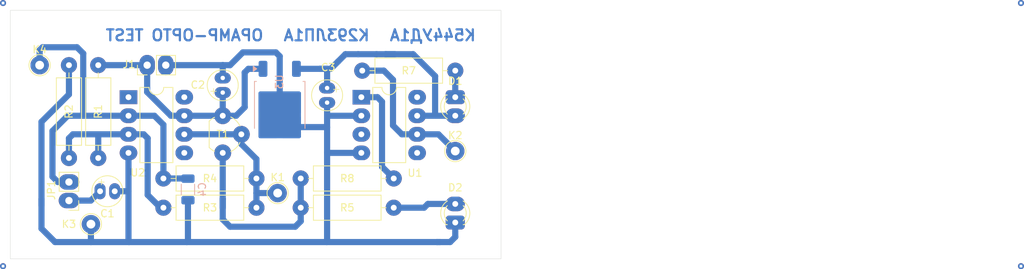
<source format=kicad_pcb>
(kicad_pcb (version 20240108) (generator "pcbnew") (generator_version "8.0")
  (layers (0 "F.Cu" signal) (31 "B.Cu" signal) (36 "B.SilkS" user "B.Silkscreen") (37 "F.SilkS" user "F.Silkscreen") (38 "B.Mask" user) (39 "F.Mask" user) (44 "Edge.Cuts" user))
  (net 0 "")
  (net 1 "GND")
  (net 2 "/+12V")
  (net 3 "Net-(U2-IN+)")
  (net 4 "Net-(T1-B)")
  (net 5 "Net-(D2-A)")
  (net 6 "Net-(T1-E)")
  (net 7 "Net-(D1-C)")
  (net 8 "Net-(R8-Pad1)")
  (net 9 "/+5V")
  (net 16 "Net-(JP1-A)")
  (net 17 "Net-(JP1-B)")
  (net 18 "Net-(K2-Pad1)")
  (footprint "_aTransistors:TO-92-01" (layer "F.Cu") (at 152 47.953903 -90)
    (property "Reference" "T1" (at 0.006097 0 180) (layer "F.SilkS"))
    (property "Value" "BC547")
    (fp_line (start -1.793903 1.85) (end 1.806097 1.85) (stroke (width 0.12)) (layer "F.SilkS"))
    (fp_arc (start -1.793903 1.85) (mid -2.087806 1.509327) (end -2.318087 1.122795) (stroke (width 0.12)) (layer "F.SilkS"))
    (fp_arc (start 2.330281 1.122795) (mid 2.1 1.509327) (end 1.806097 1.85) (stroke (width 0.12)) (layer "F.SilkS"))
    (fp_arc (start -2.361102 -1.103842) (mid -1.854909 -1.832693) (end -1.133903 -2.35) (stroke (width 0.12)) (layer "F.SilkS"))
    (fp_arc (start 1.116097 -2.35) (mid 1.848376 -1.833196) (end 2.361555 -1.098371) (stroke (width 0.12)) (layer "F.SilkS"))
    (pad "1" thru_hole circle (at -2.533903 0 270) (size 2.3 2.3) (drill 0.8) (layers "*.Cu" "*.Mask") (net 2 "/+12V"))
    (pad "2" thru_hole circle (at 0.006097 -2.54 270) (size 2.3 2.3) (drill 0.8) (layers "*.Cu" "*.Mask") (net 4 "Net-(T1-B)"))
    (pad "3" thru_hole circle (at 2.546097 0 270) (size 2.3 2.3) (drill 0.8) (layers "*.Cu" "*.Mask") (net 6 "Net-(T1-E)"))
  )
  (footprint "TestPoint:TestPoint_THTPad_D2.5mm_Drill1.2mm" (layer "F.Cu") (at 183.75 50.25)
    (property "Reference" "K2" (at 0 -2.148 0) (layer "F.SilkS"))
    (property "Value" "test_point")
    (fp_circle (center 0 0) (end 0 1.45) (stroke (width 0.12)) (fill none) (layer "F.SilkS"))
    (pad "1" thru_hole circle (at 0 0) (size 2.5 2.5) (drill 1.2) (layers "*.Cu" "*.Mask") (net 18 "Net-(K2-Pad1)"))
  )
  (footprint "Resistor_THT:R_Axial_DIN0309_L9.0mm_D3.2mm_P12.70mm_Horizontal" (layer "F.Cu") (at 183.75 39.25 180)
    (property "Reference" "R7" (at 6.35 0 0) (layer "F.SilkS"))
    (property "Value" "510")
    (fp_line (start 11.66 0) (end 10.97 0) (stroke (width 0.12)) (layer "F.SilkS"))
    (fp_line (start 10.97 1.72) (end 10.97 -1.72) (stroke (width 0.12)) (layer "F.SilkS"))
    (fp_line (start 10.97 -1.72) (end 1.73 -1.72) (stroke (width 0.12)) (layer "F.SilkS"))
    (fp_line (start 1.73 1.72) (end 10.97 1.72) (stroke (width 0.12)) (layer "F.SilkS"))
    (fp_line (start 1.73 -1.72) (end 1.73 1.72) (stroke (width 0.12)) (layer "F.SilkS"))
    (fp_line (start 1.04 0) (end 1.73 0) (stroke (width 0.12)) (layer "F.SilkS"))
    (pad "1" thru_hole circle (at 0 0 180) (size 2.2 2.2) (drill 0.8) (layers "*.Cu" "*.Mask") (net 7 "Net-(D1-C)"))
    (pad "2" thru_hole oval (at 12.7 0 180) (size 2.2 2.2) (drill 0.8) (layers "*.Cu" "*.Mask") (net 18 "Net-(K2-Pad1)"))
  )
  (footprint "_aDiodes:LED_D3.0mm" (layer "F.Cu") (at 183.75 60.025 90)
    (property "Reference" "D2" (at 4.775 0 180) (layer "F.SilkS"))
    (property "Value" "LED")
    (fp_line (start -0.29 -1.236) (end -0.29 -1.08) (stroke (width 0.12)) (layer "F.SilkS"))
    (fp_line (start -0.29 1.08) (end -0.29 1.236) (stroke (width 0.12)) (layer "F.SilkS"))
    (fp_arc (start -0.29 -1.235516) (mid 1.366487 -1.987659) (end 2.942335 -1.078608) (stroke (width 0.12)) (layer "F.SilkS"))
    (fp_arc (start 0.229039 -1.08) (mid 1.270117 -1.5) (end 2.31113 -1.079837) (stroke (width 0.12)) (layer "F.SilkS"))
    (fp_arc (start 2.942335 1.078608) (mid 1.366487 1.987659) (end -0.29 1.235516) (stroke (width 0.12)) (layer "F.SilkS"))
    (fp_arc (start 2.31113 1.079837) (mid 1.270117 1.5) (end 0.229039 1.08) (stroke (width 0.12)) (layer "F.SilkS"))
    (pad "1" thru_hole roundrect (at 0 0 90) (size 1.9 2.6) (drill 0.8) (layers "*.Cu" "*.Mask") (net 1 "GND"))
    (pad "2" thru_hole oval (at 2.54 0 90) (size 2 2.6) (drill 0.8) (layers "*.Cu" "*.Mask") (net 5 "Net-(D2-A)"))
  )
  (footprint "_aDiodes:LED_D3.0mm" (layer "F.Cu") (at 183.75 42.88 -90)
    (property "Reference" "D1" (at -2.2 0 0) (layer "F.SilkS"))
    (property "Value" "LED")
    (fp_line (start -0.29 1.08) (end -0.29 1.236) (stroke (width 0.12)) (layer "F.SilkS"))
    (fp_line (start -0.29 -1.236) (end -0.29 -1.08) (stroke (width 0.12)) (layer "F.SilkS"))
    (fp_arc (start 2.31113 1.079837) (mid 1.270117 1.5) (end 0.229039 1.08) (stroke (width 0.12)) (layer "F.SilkS"))
    (fp_arc (start 2.942335 1.078608) (mid 1.366487 1.987659) (end -0.29 1.235516) (stroke (width 0.12)) (layer "F.SilkS"))
    (fp_arc (start 0.229039 -1.08) (mid 1.270117 -1.5) (end 2.31113 -1.079837) (stroke (width 0.12)) (layer "F.SilkS"))
    (fp_arc (start -0.29 -1.235516) (mid 1.366487 -1.987659) (end 2.942335 -1.078608) (stroke (width 0.12)) (layer "F.SilkS"))
    (pad "1" thru_hole roundrect (at 0 0 270) (size 1.9 2.6) (drill 0.8) (layers "*.Cu" "*.Mask") (net 7 "Net-(D1-C)"))
    (pad "2" thru_hole oval (at 2.54 0 270) (size 2 2.6) (drill 0.8) (layers "*.Cu" "*.Mask") (net 9 "/+5V"))
  )
  (footprint "_aCapa:CPD4.0P2.00v1" (layer "F.Cu") (at 152 41.25 90)
    (property "Reference" "C2" (at 0.05 -3.4 180) (layer "F.SilkS"))
    (property "Value" "47u")
    (fp_circle (center 0 0) (end 2.12 0) (stroke (width 0.12)) (fill none) (layer "F.SilkS"))
    (fp_text user "+" (at -1.5 -0.75 90) (layer "F.SilkS") (effects (font (thickness 0.1)) (justify left bottom)))
    (pad "1" thru_hole oval (at -1 0 90) (size 1.5 2.2) (drill 0.6) (layers "*.Cu" "*.Mask") (net 2 "/+12V"))
    (pad "2" thru_hole oval (at 1 0 90) (size 1.5 2.2) (drill 0.6) (layers "*.Cu" "*.Mask") (net 1 "GND"))
  )
  (footprint "Resistor_THT:R_Axial_DIN0309_L9.0mm_D3.2mm_P12.70mm_Horizontal" (layer "F.Cu") (at 135 51.2 90)
    (property "Reference" "R1" (at 6.35 0 90) (layer "F.SilkS"))
    (property "Value" "10k")
    (fp_line (start 10.97 -1.72) (end 1.73 -1.72) (stroke (width 0.12)) (layer "F.SilkS"))
    (fp_line (start 1.73 -1.72) (end 1.73 1.72) (stroke (width 0.12)) (layer "F.SilkS"))
    (fp_line (start 11.66 0) (end 10.97 0) (stroke (width 0.12)) (layer "F.SilkS"))
    (fp_line (start 1.04 0) (end 1.73 0) (stroke (width 0.12)) (layer "F.SilkS"))
    (fp_line (start 10.97 1.72) (end 10.97 -1.72) (stroke (width 0.12)) (layer "F.SilkS"))
    (fp_line (start 1.73 1.72) (end 10.97 1.72) (stroke (width 0.12)) (layer "F.SilkS"))
    (pad "1" thru_hole circle (at 0 0 90) (size 2.2 2.2) (drill 0.8) (layers "*.Cu" "*.Mask") (net 3 "Net-(U2-IN+)"))
    (pad "2" thru_hole oval (at 12.7 0 90) (size 2.2 2.2) (drill 0.8) (layers "*.Cu" "*.Mask") (net 2 "/+12V"))
  )
  (footprint "TestPoint:TestPoint_THTPad_D2.5mm_Drill1.2mm" (layer "F.Cu") (at 127 38.5)
    (property "Reference" "K4" (at 0 -2.148 0) (layer "F.SilkS"))
    (property "Value" "test_point")
    (fp_circle (center 0 0) (end 0 1.45) (stroke (width 0.12)) (fill none) (layer "F.SilkS"))
    (pad "1" thru_hole circle (at 0 0) (size 2.5 2.5) (drill 1.2) (layers "*.Cu" "*.Mask") (net 17 "Net-(JP1-B)"))
  )
  (footprint "Connector_PinHeader_2.54mm:PinHeader_1x02_P2.54mm_Vertical" (layer "F.Cu") (at 141.68 38.5 90)
    (property "Reference" "J1" (at 0.1 -2.48 180) (layer "F.SilkS"))
    (property "Value" "Conn_2pin01")
    (fp_line (start -1.33 -1.33) (end 0 -1.33) (stroke (width 0.12)) (layer "F.SilkS"))
    (fp_line (start -1.33 0) (end -1.33 -1.33) (stroke (width 0.12)) (layer "F.SilkS"))
    (fp_line (start 1.33 1.27) (end 1.33 3.87) (stroke (width 0.12)) (layer "F.SilkS"))
    (fp_line (start -1.33 1.27) (end 1.33 1.27) (stroke (width 0.12)) (layer "F.SilkS"))
    (fp_line (start -1.33 1.27) (end -1.33 3.87) (stroke (width 0.12)) (layer "F.SilkS"))
    (fp_line (start -1.33 3.87) (end 1.33 3.87) (stroke (width 0.12)) (layer "F.SilkS"))
    (pad "1" thru_hole oval (at 0 0 90) (size 2.8 2.1) (drill 1) (layers "*.Cu" "*.Mask") (net 2 "/+12V"))
    (pad "2" thru_hole oval (at 0 2.54 90) (size 2.8 2.1) (drill 1) (layers "*.Cu" "*.Mask") (net 1 "GND"))
  )
  (footprint "_aCapa:CPD4.0P2.00v1" (layer "F.Cu") (at 166.25 42.625 -90)
    (property "Reference" "C3" (at -3.825 -0.15 180) (layer "F.SilkS"))
    (property "Value" "47u")
    (fp_circle (center 0 0) (end 2.12 0) (stroke (width 0.12)) (fill none) (layer "F.SilkS"))
    (fp_text user "+" (at -1.5 -0.75 -90) (layer "F.SilkS") (effects (font (thickness 0.1)) (justify left bottom)))
    (pad "1" thru_hole oval (at -1 0 270) (size 1.5 2.2) (drill 0.6) (layers "*.Cu" "*.Mask") (net 9 "/+5V"))
    (pad "2" thru_hole oval (at 1 0 270) (size 1.5 2.2) (drill 0.6) (layers "*.Cu" "*.Mask") (net 1 "GND"))
  )
  (footprint "Resistor_THT:R_Axial_DIN0309_L9.0mm_D3.2mm_P12.70mm_Horizontal" (layer "F.Cu") (at 143.9 54)
    (property "Reference" "R4" (at 6.35 0 0) (layer "F.SilkS"))
    (property "Value" "18k")
    (fp_line (start 1.04 0) (end 1.73 0) (stroke (width 0.12)) (layer "F.SilkS"))
    (fp_line (start 1.73 -1.72) (end 1.73 1.72) (stroke (width 0.12)) (layer "F.SilkS"))
    (fp_line (start 1.73 1.72) (end 10.97 1.72) (stroke (width 0.12)) (layer "F.SilkS"))
    (fp_line (start 10.97 -1.72) (end 1.73 -1.72) (stroke (width 0.12)) (layer "F.SilkS"))
    (fp_line (start 10.97 1.72) (end 10.97 -1.72) (stroke (width 0.12)) (layer "F.SilkS"))
    (fp_line (start 11.66 0) (end 10.97 0) (stroke (width 0.12)) (layer "F.SilkS"))
    (pad "1" thru_hole circle (at 0 0) (size 2.2 2.2) (drill 0.8) (layers "*.Cu" "*.Mask") (net 17 "Net-(JP1-B)"))
    (pad "2" thru_hole oval (at 12.7 0) (size 2.2 2.2) (drill 0.8) (layers "*.Cu" "*.Mask") (net 4 "Net-(T1-B)"))
  )
  (footprint "TestPoint:TestPoint_THTPad_D2.5mm_Drill1.2mm" (layer "F.Cu") (at 159.5 56)
    (property "Reference" "K1" (at 0 -2.148 0) (layer "F.SilkS"))
    (property "Value" "test_point")
    (fp_circle (center 0 0) (end 0 1.45) (stroke (width 0.12)) (fill none) (layer "F.SilkS"))
    (pad "1" thru_hole circle (at 0 0) (size 2.5 2.5) (drill 1.2) (layers "*.Cu" "*.Mask") (net 4 "Net-(T1-B)"))
  )
  (footprint "Package_DIP:DIP-8_W7.62mm_LongPads" (layer "F.Cu") (at 170.925 42.88)
    (property "Reference" "U1" (at 7.325 10.37 0) (layer "F.SilkS"))
    (property "Value" "К293ЛП1А")
    (fp_line (start 1.56 -1.33) (end 1.56 8.95) (stroke (width 0.12)) (layer "F.SilkS"))
    (fp_line (start 1.56 8.95) (end 6.06 8.95) (stroke (width 0.12)) (layer "F.SilkS"))
    (fp_line (start 2.81 -1.33) (end 1.56 -1.33) (stroke (width 0.12)) (layer "F.SilkS"))
    (fp_line (start 6.06 -1.33) (end 4.81 -1.33) (stroke (width 0.12)) (layer "F.SilkS"))
    (fp_line (start 6.06 8.95) (end 6.06 -1.33) (stroke (width 0.12)) (layer "F.SilkS"))
    (fp_arc (start 4.81 -1.33) (mid 3.81 -0.33) (end 2.81 -1.33) (stroke (width 0.12)) (layer "F.SilkS"))
    (pad "1" thru_hole rect (at 0 0) (size 2.4 2) (drill 0.8) (layers "*.Cu" "*.Mask") (net 8 "Net-(R8-Pad1)"))
    (pad "2" thru_hole oval (at 0 2.54) (size 2.4 2) (drill 0.8) (layers "*.Cu" "*.Mask") (net 1 "GND"))
    (pad "3" thru_hole oval (at 0 5.08) (size 2.4 2) (drill 0.8) (layers "*.Cu" "*.Mask"))
    (pad "4" thru_hole oval (at 0 7.62) (size 2.4 2) (drill 0.8) (layers "*.Cu" "*.Mask") (net 1 "GND"))
    (pad "5" thru_hole oval (at 7.62 7.62) (size 2.4 2) (drill 0.8) (layers "*.Cu" "*.Mask"))
    (pad "6" thru_hole oval (at 7.62 5.08) (size 2.4 2) (drill 0.8) (layers "*.Cu" "*.Mask") (net 18 "Net-(K2-Pad1)"))
    (pad "7" thru_hole oval (at 7.62 2.54) (size 2.4 2) (drill 0.8) (layers "*.Cu" "*.Mask") (net 9 "/+5V"))
    (pad "8" thru_hole oval (at 7.62 0) (size 2.4 2) (drill 0.8) (layers "*.Cu" "*.Mask"))
  )
  (footprint "Connector_PinHeader_2.54mm:PinHeader_1x02_P2.54mm_Vertical" (layer "F.Cu") (at 131 57.025 180)
    (property "Reference" "JP1" (at 2.4 1.425 90) (layer "F.SilkS"))
    (property "Value" "Jumper_2_Bridged")
    (fp_line (start 1.33 1.27) (end 1.33 3.87) (stroke (width 0.12)) (layer "F.SilkS"))
    (fp_line (start -1.33 3.87) (end 1.33 3.87) (stroke (width 0.12)) (layer "F.SilkS"))
    (fp_line (start -1.33 1.27) (end 1.33 1.27) (stroke (width 0.12)) (layer "F.SilkS"))
    (fp_line (start -1.33 1.27) (end -1.33 3.87) (stroke (width 0.12)) (layer "F.SilkS"))
    (fp_line (start -1.33 0) (end -1.33 -1.33) (stroke (width 0.12)) (layer "F.SilkS"))
    (fp_line (start -1.33 -1.33) (end 0 -1.33) (stroke (width 0.12)) (layer "F.SilkS"))
    (pad "1" thru_hole oval (at 0 0 180) (size 2.8 2.1) (drill 1) (layers "*.Cu" "*.Mask") (net 16 "Net-(JP1-A)"))
    (pad "2" thru_hole oval (at 0 2.54 180) (size 2.8 2.1) (drill 1) (layers "*.Cu" "*.Mask") (net 17 "Net-(JP1-B)"))
  )
  (footprint "Package_DIP:DIP-8_W7.62mm_LongPads" (layer "F.Cu") (at 139.13 42.88)
    (property "Reference" "U2" (at 1.27 10.32 0) (layer "F.SilkS"))
    (property "Value" "TL081")
    (fp_line (start 1.56 -1.33) (end 1.56 8.95) (stroke (width 0.12)) (layer "F.SilkS"))
    (fp_line (start 1.56 8.95) (end 6.06 8.95) (stroke (width 0.12)) (layer "F.SilkS"))
    (fp_line (start 2.81 -1.33) (end 1.56 -1.33) (stroke (width 0.12)) (layer "F.SilkS"))
    (fp_line (start 6.06 -1.33) (end 4.81 -1.33) (stroke (width 0.12)) (layer "F.SilkS"))
    (fp_line (start 6.06 8.95) (end 6.06 -1.33) (stroke (width 0.12)) (layer "F.SilkS"))
    (fp_arc (start 4.81 -1.33) (mid 3.81 -0.33) (end 2.81 -1.33) (stroke (width 0.12)) (layer "F.SilkS"))
    (pad "1" thru_hole rect (at 0 0) (size 2.4 1.9) (drill 0.8) (layers "*.Cu" "*.Mask"))
    (pad "2" thru_hole oval (at 0 2.54) (size 2.4 2) (drill 0.8) (layers "*.Cu" "*.Mask") (net 17 "Net-(JP1-B)"))
    (pad "3" thru_hole oval (at 0 5.08) (size 2.4 2) (drill 0.8) (layers "*.Cu" "*.Mask") (net 3 "Net-(U2-IN+)"))
    (pad "4" thru_hole oval (at 0 7.62) (size 2.4 2) (drill 0.8) (layers "*.Cu" "*.Mask") (net 1 "GND"))
    (pad "5" thru_hole oval (at 7.62 7.62) (size 2.4 2) (drill 0.8) (layers "*.Cu" "*.Mask"))
    (pad "6" thru_hole oval (at 7.62 5.08) (size 2.4 2) (drill 0.8) (layers "*.Cu" "*.Mask") (net 4 "Net-(T1-B)"))
    (pad "7" thru_hole oval (at 7.62 2.54) (size 2.4 2) (drill 0.8) (layers "*.Cu" "*.Mask") (net 2 "/+12V"))
    (pad "8" thru_hole oval (at 7.62 0) (size 2.4 2) (drill 0.8) (layers "*.Cu" "*.Mask"))
  )
  (footprint "Resistor_THT:R_Axial_DIN0309_L9.0mm_D3.2mm_P12.70mm_Horizontal" (layer "F.Cu") (at 175.35 54 180)
    (property "Reference" "R8" (at 6.35 0 0) (layer "F.SilkS"))
    (property "Value" "330")
    (fp_line (start 11.66 0) (end 10.97 0) (stroke (width 0.12)) (layer "F.SilkS"))
    (fp_line (start 10.97 1.72) (end 10.97 -1.72) (stroke (width 0.12)) (layer "F.SilkS"))
    (fp_line (start 10.97 -1.72) (end 1.73 -1.72) (stroke (width 0.12)) (layer "F.SilkS"))
    (fp_line (start 1.73 1.72) (end 10.97 1.72) (stroke (width 0.12)) (layer "F.SilkS"))
    (fp_line (start 1.73 -1.72) (end 1.73 1.72) (stroke (width 0.12)) (layer "F.SilkS"))
    (fp_line (start 1.04 0) (end 1.73 0) (stroke (width 0.12)) (layer "F.SilkS"))
    (pad "1" thru_hole circle (at 0 0 180) (size 2.2 2.2) (drill 0.8) (layers "*.Cu" "*.Mask") (net 8 "Net-(R8-Pad1)"))
    (pad "2" thru_hole oval (at 12.7 0 180) (size 2.2 2.2) (drill 0.8) (layers "*.Cu" "*.Mask") (net 6 "Net-(T1-E)"))
  )
  (footprint "Resistor_THT:R_Axial_DIN0309_L9.0mm_D3.2mm_P12.70mm_Horizontal" (layer "F.Cu") (at 131 38.5 -90)
    (property "Reference" "R2" (at 6.35 0 90) (layer "F.SilkS"))
    (property "Value" "10k")
    (fp_line (start 1.73 1.72) (end 10.97 1.72) (stroke (width 0.12)) (layer "F.SilkS"))
    (fp_line (start 10.97 1.72) (end 10.97 -1.72) (stroke (width 0.12)) (layer "F.SilkS"))
    (fp_line (start 1.04 0) (end 1.73 0) (stroke (width 0.12)) (layer "F.SilkS"))
    (fp_line (start 11.66 0) (end 10.97 0) (stroke (width 0.12)) (layer "F.SilkS"))
    (fp_line (start 1.73 -1.72) (end 1.73 1.72) (stroke (width 0.12)) (layer "F.SilkS"))
    (fp_line (start 10.97 -1.72) (end 1.73 -1.72) (stroke (width 0.12)) (layer "F.SilkS"))
    (pad "1" thru_hole circle (at 0 0 270) (size 2.2 2.2) (drill 0.8) (layers "*.Cu" "*.Mask") (net 1 "GND"))
    (pad "2" thru_hole circle (at 12.7 0 270) (size 2.2 2.2) (drill 0.8) (layers "*.Cu" "*.Mask") (net 3 "Net-(U2-IN+)"))
  )
  (footprint "_aCapa:CPD4.0P2.00v1" (layer "F.Cu") (at 136.25 55.75)
    (property "Reference" "C1" (at 0 3.05 0) (layer "F.SilkS"))
    (property "Value" "47u")
    (fp_circle (center 0 0) (end 2.12 0) (stroke (width 0.12)) (fill none) (layer "F.SilkS"))
    (fp_text user "+" (at -1.5 -0.75 0) (layer "F.SilkS") (effects (font (thickness 0.1)) (justify left bottom)))
    (pad "1" thru_hole oval (at -1 0) (size 1.5 2.2) (drill 0.8) (layers "*.Cu" "*.Mask") (net 16 "Net-(JP1-A)"))
    (pad "2" thru_hole oval (at 1 0) (size 1.5 2.2) (drill 0.8) (layers "*.Cu" "*.Mask") (net 1 "GND"))
  )
  (footprint "Resistor_THT:R_Axial_DIN0309_L9.0mm_D3.2mm_P12.70mm_Horizontal" (layer "F.Cu") (at 143.9 58)
    (property "Reference" "R3" (at 6.35 0 0) (layer "F.SilkS"))
    (property "Value" "22k")
    (fp_line (start 1.04 0) (end 1.73 0) (stroke (width 0.12)) (layer "F.SilkS"))
    (fp_line (start 1.73 -1.72) (end 1.73 1.72) (stroke (width 0.12)) (layer "F.SilkS"))
    (fp_line (start 1.73 1.72) (end 10.97 1.72) (stroke (width 0.12)) (layer "F.SilkS"))
    (fp_line (start 10.97 -1.72) (end 1.73 -1.72) (stroke (width 0.12)) (layer "F.SilkS"))
    (fp_line (start 10.97 1.72) (end 10.97 -1.72) (stroke (width 0.12)) (layer "F.SilkS"))
    (fp_line (start 11.66 0) (end 10.97 0) (stroke (width 0.12)) (layer "F.SilkS"))
    (pad "1" thru_hole circle (at 0 0) (size 2.2 2.2) (drill 0.8) (layers "*.Cu" "*.Mask") (net 3 "Net-(U2-IN+)"))
    (pad "2" thru_hole oval (at 12.7 0) (size 2.2 2.2) (drill 0.8) (layers "*.Cu" "*.Mask") (net 4 "Net-(T1-B)"))
  )
  (footprint "TestPoint:TestPoint_THTPad_D2.5mm_Drill1.2mm" (layer "F.Cu") (at 134 60.25)
    (property "Reference" "K3" (at -3 0 0) (layer "F.SilkS"))
    (property "Value" "test_point")
    (fp_circle (center 0 0) (end 0 1.45) (stroke (width 0.12)) (fill none) (layer "F.SilkS"))
    (pad "1" thru_hole circle (at 0 0) (size 2.5 2.5) (drill 1.2) (layers "*.Cu" "*.Mask") (net 1 "GND"))
  )
  (footprint "Resistor_THT:R_Axial_DIN0309_L9.0mm_D3.2mm_P12.70mm_Horizontal" (layer "F.Cu") (at 175.35 58 180)
    (property "Reference" "R5" (at 6.35 0 0) (layer "F.SilkS"))
    (property "Value" "330")
    (fp_line (start 11.66 0) (end 10.97 0) (stroke (width 0.12)) (layer "F.SilkS"))
    (fp_line (start 10.97 1.72) (end 10.97 -1.72) (stroke (width 0.12)) (layer "F.SilkS"))
    (fp_line (start 10.97 -1.72) (end 1.73 -1.72) (stroke (width 0.12)) (layer "F.SilkS"))
    (fp_line (start 1.73 1.72) (end 10.97 1.72) (stroke (width 0.12)) (layer "F.SilkS"))
    (fp_line (start 1.73 -1.72) (end 1.73 1.72) (stroke (width 0.12)) (layer "F.SilkS"))
    (fp_line (start 1.04 0) (end 1.73 0) (stroke (width 0.12)) (layer "F.SilkS"))
    (pad "1" thru_hole circle (at 0 0 180) (size 2.2 2.2) (drill 0.8) (layers "*.Cu" "*.Mask") (net 5 "Net-(D2-A)"))
    (pad "2" thru_hole oval (at 12.7 0 180) (size 2.2 2.2) (drill 0.8) (layers "*.Cu" "*.Mask") (net 6 "Net-(T1-E)"))
  )
  (footprint "Package_TO_SOT_SMD:TO-252-2" (layer "B.Cu") (at 159.78 44.04 -90)
    (property "Reference" "U3" (at -3.26 0.045 90) (layer "B.SilkS") (effects (justify mirror)))
    (property "Value" "LM78M05")
    (fp_line (start -3.31 3.45) (end 3.11 3.45) (stroke (width 0.12)) (layer "B.SilkS"))
    (fp_line (start -3.31 3.18) (end -3.31 3.45) (stroke (width 0.12)) (layer "B.SilkS"))
    (fp_line (start -3.31 -3.18) (end -3.31 -3.45) (stroke (width 0.12)) (layer "B.SilkS"))
    (fp_line (start -3.31 -3.45) (end 3.11 -3.45) (stroke (width 0.12)) (layer "B.SilkS"))
    (fp_poly (pts (xy -5.04 3.14) (xy -5.38 3.61) (xy -4.7 3.61) (xy -5.04 3.14)) (stroke (width 0.12)) (fill solid) (layer "B.SilkS"))
    (pad "1" smd roundrect (at -5.04 2.28 270) (size 2.2 1.2) (layers "B.Cu" "B.Paste" "B.Mask") (roundrect_rratio 0.208333) (net 2 "/+12V"))
    (pad "2" smd roundrect (at -0.415 -1.525 270) (size 3.05 2.75) (layers "B.Cu" "B.Paste") (roundrect_rratio 0.090909) (net 1 "GND"))
    (pad "2" smd roundrect (at -0.415 1.525 270) (size 3.05 2.75) (layers "B.Cu" "B.Paste") (roundrect_rratio 0.090909) (net 1 "GND"))
    (pad "2" smd roundrect (at 1.26 0 270) (size 6.4 5.8) (layers "B.Cu" "B.Mask") (roundrect_rratio 0.043103) (net 1 "GND"))
    (pad "2" smd roundrect (at 2.935 -1.525 270) (size 3.05 2.75) (layers "B.Cu" "B.Paste") (roundrect_rratio 0.090909) (net 1 "GND"))
    (pad "2" smd roundrect (at 2.935 1.525 270) (size 3.05 2.75) (layers "B.Cu" "B.Paste") (roundrect_rratio 0.090909) (net 1 "GND"))
    (pad "3" smd roundrect (at -5.04 -2.28 270) (size 2.2 1.2) (layers "B.Cu" "B.Paste" "B.Mask") (roundrect_rratio 0.208333) (net 9 "/+5V"))
  )
  (footprint "Capacitor_SMD:C_1206_3216Metric" (layer "B.Cu") (at 147.25 55.5 90)
    (property "Reference" "C4" (at 0 1.95 90) (layer "B.SilkS") (effects (justify mirror)))
    (property "Value" "C_CAP")
    (fp_line (start 0.711252 -0.91) (end -0.711252 -0.91) (stroke (width 0.12)) (layer "B.SilkS"))
    (fp_line (start 0.711252 0.91) (end -0.711252 0.91) (stroke (width 0.12)) (layer "B.SilkS"))
    (pad "1" smd roundrect (at -1.475 0 90) (size 1.15 1.8) (layers "B.Cu" "B.Paste" "B.Mask") (roundrect_rratio 0.217391) (net 1 "GND"))
    (pad "2" smd roundrect (at 1.475 0 90) (size 1.15 1.8) (layers "B.Cu" "B.Paste" "B.Mask") (roundrect_rratio 0.217391) (net 17 "Net-(JP1-B)"))
  )
  (gr_rect (start 123 31) (end 190 65) (stroke (width 0.05)) (fill none) (layer "Edge.Cuts"))
  (gr_text "К293ЛП1А" (at 172.2 35.3 0) (layer "B.Cu") (effects (font (size 1.5 1.5) (thickness 0.3) (bold yes)) (justify left bottom mirror)))
  (gr_text "К544УД1А" (at 186.7 35.3 0) (layer "B.Cu") (effects (font (size 1.5 1.5) (thickness 0.3) (bold yes)) (justify left bottom mirror)))
  (gr_text "OPAMP-OPTO TEST" (at 157.7 35.3 0) (layer "B.Cu") (effects (font (size 1.5 1.5) (thickness 0.3) (bold yes)) (justify left bottom mirror)))
  (via (at 261 66) (size 0.83) (drill 0.4) (layers "F.Cu" "B.Cu") (net 0))
  (via (at 122 30) (size 0.83) (drill 0.4) (layers "F.Cu" "B.Cu") (net 0))
  (via (at 122 66) (size 0.83) (drill 0.4) (layers "F.Cu" "B.Cu") (net 0))
  (via (at 261 30) (size 0.83) (drill 0.4) (layers "F.Cu" "B.Cu") (net 0))
  (segment (start 139.13 50.5) (end 139.13 62.63) (width 0.84) (layer "B.Cu") (net 1))
  (segment (start 166.225 46.975) (end 166.25 47) (width 0.84) (layer "B.Cu") (net 1))
  (segment (start 181.25 62.7) (end 166.2 62.7) (width 0.84) (layer "B.Cu") (net 1))
  (segment (start 147.25 56.975) (end 147.25 62.55) (width 0.84) (layer "B.Cu") (net 1))
  (segment (start 137.25 55.75) (end 139.13 55.75) (width 0.84) (layer "B.Cu") (net 1))
  (segment (start 131 38.5) (end 131 42.5) (width 0.84) (layer "B.Cu") (net 1))
  (segment (start 166.25 43.625) (end 166.25 62.65) (width 0.84) (layer "B.Cu") (net 1))
  (segment (start 170.925 45.42) (end 166.33 45.42) (width 0.84) (layer "B.Cu") (net 1))
  (segment (start 144.22 38.5) (end 152 38.5) (width 0.84) (layer "B.Cu") (net 1))
  (segment (start 147.1 62.7) (end 139.2 62.7) (width 0.84) (layer "B.Cu") (net 1))
  (segment (start 139.13 62.63) (end 139.2 62.7) (width 0.84) (layer "B.Cu") (net 1))
  (segment (start 152 40.25) (end 152 38.5) (width 0.84) (layer "B.Cu") (net 1))
  (segment (start 139.2 62.7) (end 134 62.7) (width 0.84) (layer "B.Cu") (net 1))
  (segment (start 183.05 62.7) (end 181.25 62.7) (width 0.84) (layer "B.Cu") (net 1))
  (segment (start 131 42.5) (end 127.25 46.25) (width 0.84) (layer "B.Cu") (net 1))
  (segment (start 134 62.7) (end 129.1 62.7) (width 0.84) (layer "B.Cu") (net 1))
  (segment (start 129.1 62.7) (end 127.25 60.85) (width 0.84) (layer "B.Cu") (net 1))
  (segment (start 153 38.5) (end 154.75 36.75) (width 0.84) (layer "B.Cu") (net 1))
  (segment (start 147.25 62.55) (end 147.1 62.7) (width 0.84) (layer "B.Cu") (net 1))
  (segment (start 183.75 60.025) (end 183.75 62) (width 0.84) (layer "B.Cu") (net 1))
  (segment (start 181.7 62.7) (end 181.25 62.7) (width 0.84) (layer "B.Cu") (net 1))
  (segment (start 166.2 62.7) (end 147.1 62.7) (width 0.84) (layer "B.Cu") (net 1))
  (segment (start 152 38.5) (end 153 38.5) (width 0.84) (layer "B.Cu") (net 1))
  (segment (start 127.25 56.8) (end 127.25 57.75) (width 0.84) (layer "B.Cu") (net 1))
  (segment (start 159.78 37.28) (end 159.78 45.3) (width 0.84) (layer "B.Cu") (net 1))
  (segment (start 161.305 46.975) (end 166.225 46.975) (width 0.84) (layer "B.Cu") (net 1))
  (segment (start 134 60.25) (end 134 62.7) (width 0.84) (layer "B.Cu") (net 1))
  (segment (start 154.75 36.75) (end 159.25 36.75) (width 0.84) (layer "B.Cu") (net 1))
  (segment (start 183.75 62) (end 183.05 62.7) (width 0.84) (layer "B.Cu") (net 1))
  (segment (start 166.25 62.65) (end 166.2 62.7) (width 0.84) (layer "B.Cu") (net 1))
  (segment (start 159.25 36.75) (end 159.78 37.28) (width 0.84) (layer "B.Cu") (net 1))
  (segment (start 127.25 60.85) (end 127.25 56.8) (width 0.84) (layer "B.Cu") (net 1))
  (segment (start 127.25 46.25) (end 127.25 56.8) (width 0.84) (layer "B.Cu") (net 1))
  (segment (start 170.925 50.5) (end 166.25 50.5) (width 0.84) (layer "B.Cu") (net 1))
  (segment (start 152 45.42) (end 153.83 45.42) (width 0.84) (layer "B.Cu") (net 2))
  (segment (start 152 45.42) (end 146.75 45.42) (width 0.84) (layer "B.Cu") (net 2))
  (segment (start 155 44.25) (end 155 39.5) (width 0.84) (layer "B.Cu") (net 2))
  (segment (start 141.68 42.18) (end 144.92 45.42) (width 0.84) (layer "B.Cu") (net 2))
  (segment (start 144.92 45.42) (end 146.75 45.42) (width 0.84) (layer "B.Cu") (net 2))
  (segment (start 152 42.25) (end 152 45.42) (width 0.84) (layer "B.Cu") (net 2))
  (segment (start 153.83 45.42) (end 155 44.25) (width 0.84) (layer "B.Cu") (net 2))
  (segment (start 141.68 38.5) (end 141.68 42.18) (width 0.84) (layer "B.Cu") (net 2))
  (segment (start 155.5 39) (end 157.5 39) (width 0.84) (layer "B.Cu") (net 2))
  (segment (start 155 39.5) (end 155.5 39) (width 0.84) (layer "B.Cu") (net 2))
  (segment (start 135 38.5) (end 141.68 38.5) (width 0.84) (layer "B.Cu") (net 2))
  (segment (start 143.5 58) (end 143.9 58) (width 0.84) (layer "B.Cu") (net 3))
  (segment (start 141.75 48.5) (end 141.75 56.25) (width 0.84) (layer "B.Cu") (net 3))
  (segment (start 131 48.5) (end 131 51.2) (width 0.84) (layer "B.Cu") (net 3))
  (segment (start 139.13 47.96) (end 135 47.96) (width 0.84) (layer "B.Cu") (net 3))
  (segment (start 141.75 56.25) (end 143.5 58) (width 0.84) (layer "B.Cu") (net 3))
  (segment (start 131.54 47.96) (end 131 48.5) (width 0.84) (layer "B.Cu") (net 3))
  (segment (start 139.13 47.96) (end 141.21 47.96) (width 0.84) (layer "B.Cu") (net 3))
  (segment (start 135 51.2) (end 135 47.96) (width 0.84) (layer "B.Cu") (net 3))
  (segment (start 135 47.96) (end 131.54 47.96) (width 0.84) (layer "B.Cu") (net 3))
  (segment (start 141.21 47.96) (end 141.75 48.5) (width 0.84) (layer "B.Cu") (net 3))
  (segment (start 156.6 58) (end 156.6 56) (width 0.84) (layer "B.Cu") (net 4))
  (segment (start 154.54 49.29) (end 154.54 47.96) (width 0.84) (layer "B.Cu") (net 4))
  (segment (start 154.54 47.96) (end 146.75 47.96) (width 0.84) (layer "B.Cu") (net 4))
  (segment (start 156.6 51.35) (end 154.54 49.29) (width 0.84) (layer "B.Cu") (net 4))
  (segment (start 159.5 56) (end 156.6 56) (width 0.84) (layer "B.Cu") (net 4))
  (segment (start 156.6 56) (end 156.6 51.35) (width 0.84) (layer "B.Cu") (net 4))
  (segment (start 183.75 57.485) (end 180.015 57.485) (width 0.84) (layer "B.Cu") (net 5))
  (segment (start 180.015 57.485) (end 179.5 58) (width 0.84) (layer "B.Cu") (net 5))
  (segment (start 179.5 58) (end 175.35 58) (width 0.84) (layer "B.Cu") (net 5))
  (segment (start 152 59.6) (end 152 56.8) (width 0.84) (layer "B.Cu") (net 6))
  (segment (start 152 50.5) (end 152 56.8) (width 0.84) (layer "B.Cu") (net 6))
  (segment (start 153 60.6) (end 152 59.6) (width 0.84) (layer "B.Cu") (net 6))
  (segment (start 152 56.8) (end 152 58) (width 0.84) (layer "B.Cu") (net 6))
  (segment (start 161.9 60.6) (end 153 60.6) (width 0.84) (layer "B.Cu") (net 6))
  (segment (start 162.65 54) (end 162.65 59.85) (width 0.84) (layer "B.Cu") (net 6))
  (segment (start 162.65 59.85) (end 161.9 60.6) (width 0.84) (layer "B.Cu") (net 6))
  (segment (start 183.75 39.25) (end 183.75 42.88) (width 0.84) (layer "B.Cu") (net 7))
  (segment (start 173.13 42.88) (end 170.925 42.88) (width 0.84) (layer "B.Cu") (net 8))
  (segment (start 173.75 52.4) (end 175.35 54) (width 0.84) (layer "B.Cu") (net 8))
  (segment (start 173.75 43.5) (end 173.75 52.4) (width 0.84) (layer "B.Cu") (net 8))
  (segment (start 173.5 43.25) (end 173.13 42.88) (width 0.84) (layer "B.Cu") (net 8))
  (segment (start 173.5 43.25) (end 173.75 43.5) (width 0.84) (layer "B.Cu") (net 8))
  (segment (start 170.5 37) (end 173 37) (width 0.84) (layer "B.Cu") (net 9))
  (segment (start 183.16 45.42) (end 183.2 45.46) (width 0.84) (layer "B.Cu") (net 9))
  (segment (start 165.25 39) (end 162.06 39) (width 0.84) (layer "B.Cu") (net 9))
  (segment (start 168.75 37) (end 170.5 37) (width 0.84) (layer "B.Cu") (net 9))
  (segment (start 166.75 39) (end 167.75 38) (width 0.84) (layer "B.Cu") (net 9))
  (segment (start 178 37) (end 174.25 37) (width 0.84) (layer "B.Cu") (net 9))
  (segment (start 181 45.42) (end 181 40) (width 0.84) (layer "B.Cu") (net 9))
  (segment (start 166.25 41.625) (end 166.25 39) (width 0.84) (layer "B.Cu") (net 9))
  (segment (start 167.75 38) (end 168.75 37) (width 0.84) (layer "B.Cu") (net 9))
  (segment (start 178.545 45.42) (end 183.75 45.42) (width 0.84) (layer "B.Cu") (net 9))
  (segment (start 175.5 37) (end 174.25 37) (width 0.84) (layer "B.Cu") (net 9))
  (segment (start 166.25 39) (end 165.25 39) (width 0.84) (layer "B.Cu") (net 9))
  (segment (start 174.25 37) (end 173 37) (width 0.84) (layer "B.Cu") (net 9))
  (segment (start 165.25 39) (end 166.75 39) (width 0.84) (layer "B.Cu") (net 9))
  (segment (start 181 40) (end 178 37) (width 0.84) (layer "B.Cu") (net 9))
  (segment (start 133.975 57.025) (end 135.25 55.75) (width 0.84) (layer "B.Cu") (net 16))
  (segment (start 131 57.025) (end 133.975 57.025) (width 0.84) (layer "B.Cu") (net 16))
  (segment (start 147.225 54) (end 147.25 54.025) (width 0.84) (layer "B.Cu") (net 17))
  (segment (start 130.83 45.42) (end 132.95 45.42) (width 0.84) (layer "B.Cu") (net 17))
  (segment (start 128.75 47.5) (end 130.83 45.42) (width 0.84) (layer "B.Cu") (net 17))
  (segment (start 132.95 45.42) (end 139.13 45.42) (width 0.84) (layer "B.Cu") (net 17))
  (segment (start 127.4 36.05) (end 127 36.45) (width 0.84) (layer "B.Cu") (net 17))
  (segment (start 132.1 36.05) (end 127.4 36.05) (width 0.84) (layer "B.Cu") (net 17))
  (segment (start 131 54.485) (end 129.485 54.485) (width 0.84) (layer "B.Cu") (net 17))
  (segment (start 143.9 54) (end 143.9 46.65) (width 0.84) (layer "B.Cu") (net 17))
  (segment (start 132.95 36.9) (end 132.1 36.05) (width 0.84) (layer "B.Cu") (net 17))
  (segment (start 128.75 53.75) (end 128.75 47.5) (width 0.84) (layer "B.Cu") (net 17))
  (segment (start 143.9 46.65) (end 142.67 45.42) (width 0.84) (layer "B.Cu") (net 17))
  (segment (start 127 36.45) (end 127 38.5) (width 0.84) (layer "B.Cu") (net 17))
  (segment (start 132.95 45.42) (end 132.95 36.9) (width 0.84) (layer "B.Cu") (net 17))
  (segment (start 129.485 54.485) (end 128.75 53.75) (width 0.84) (layer "B.Cu") (net 17))
  (segment (start 143.9 54) (end 147.225 54) (width 0.84) (layer "B.Cu") (net 17))
  (segment (start 142.67 45.42) (end 139.13 45.42) (width 0.84) (layer "B.Cu") (net 17))
  (segment (start 181.46 47.96) (end 183.75 50.25) (width 0.84) (layer "B.Cu") (net 18))
  (segment (start 176.46 47.96) (end 178.545 47.96) (width 0.84) (layer "B.Cu") (net 18))
  (segment (start 170.5 39.25) (end 174 39.25) (width 0.84) (layer "B.Cu") (net 18))
  (segment (start 175.25 46.75) (end 176.46 47.96) (width 0.84) (layer "B.Cu") (net 18))
  (segment (start 175.25 40.5) (end 175.25 46.75) (width 0.84) (layer "B.Cu") (net 18))
  (segment (start 178.545 47.96) (end 181.46 47.96) (width 0.84) (layer "B.Cu") (net 18))
  (segment (start 174 39.25) (end 175.25 40.5) (width 0.84) (layer "B.Cu") (net 18))
)
</source>
